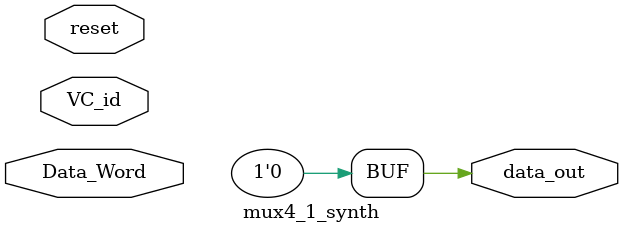
<source format=v>
/* Generated by Yosys 0.7+560 (git sha1 d9a2b430, gcc 7.3.1 -fPIC -Os) */

module mux4_1_synth(VC_id, Data_Word, reset, data_out);
  input [3:0] Data_Word;
  input [1:0] VC_id;
  output data_out;
  input reset;
  assign data_out = 1'h0;
endmodule

</source>
